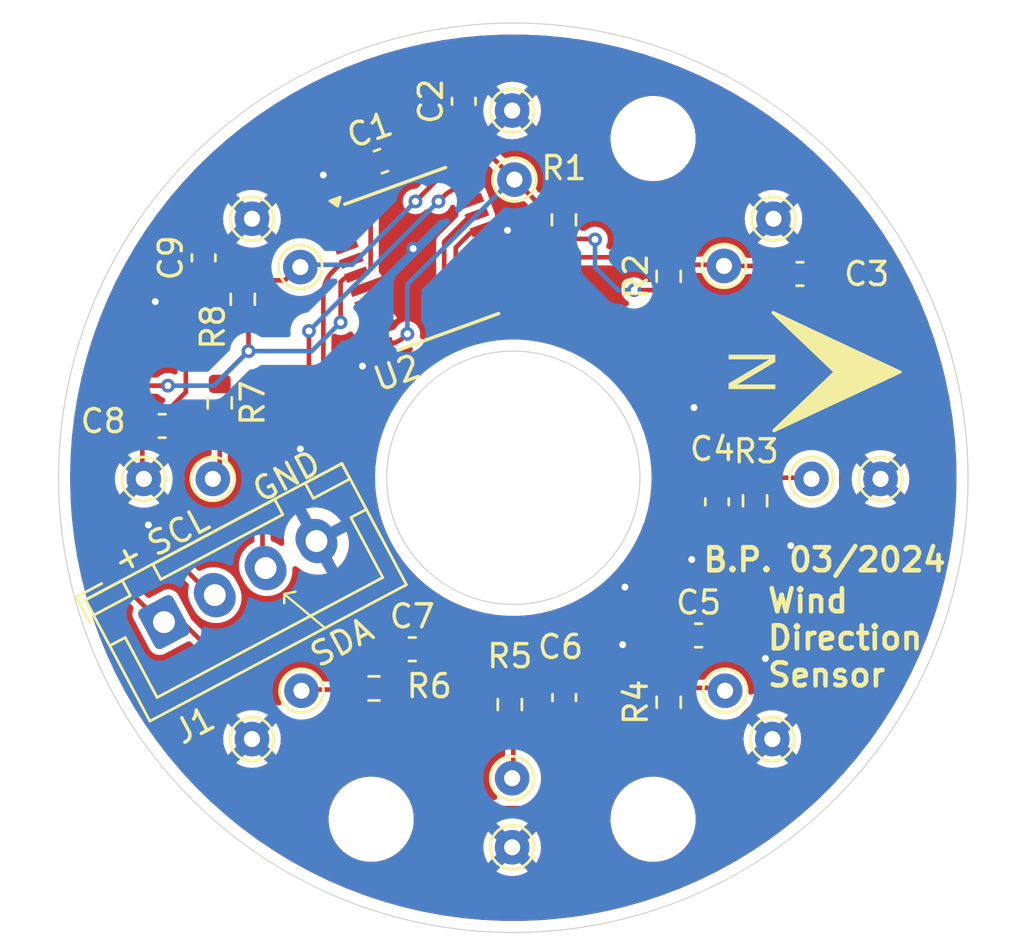
<source format=kicad_pcb>
(kicad_pcb (version 20240108) (generator "pcbnew") (generator_version "8.0")
  (layers (0 "F.Cu" signal) (31 "B.Cu" signal) (34 "B.Paste" user) (35 "F.Paste" user) (36 "B.SilkS" user "B.Silkscreen") (37 "F.SilkS" user "F.Silkscreen") (38 "B.Mask" user) (39 "F.Mask" user) (44 "Edge.Cuts" user))
  (net 0 "")
  (net 1 "GND")
  (net 2 "VDDA")
  (net 3 "/SDA")
  (net 4 "/SCL")
  (net 5 "Net-(J2-Pin_1)")
  (net 6 "Net-(J3-Pin_1)")
  (net 7 "Net-(J4-Pin_1)")
  (net 8 "Net-(J5-Pin_1)")
  (net 9 "Net-(J6-Pin_1)")
  (net 10 "Net-(J7-Pin_1)")
  (net 11 "Net-(J8-Pin_1)")
  (net 12 "Net-(J9-Pin_1)")
  (footprint "Resistor_SMD:R_0603_1608Metric" (layer "F.Cu") (at 235.2 73.4 -90)
    (property "Reference" "R5" (at -2.100001 -0.000001 180) (layer "F.SilkS"))
    (property "Value" "100k")
    (fp_line (start -0.237258 0.5225) (end 0.237258 0.5225) (stroke (width 0.12)) (layer "F.SilkS"))
    (fp_line (start -0.237258 -0.5225) (end 0.237258 -0.5225) (stroke (width 0.12)) (layer "F.SilkS"))
    (pad "1" smd roundrect (at -0.825 0 270) (size 0.8 0.95) (layers "F.Cu" "F.Paste" "F.Mask") (net 2 "VDDA"))
    (pad "2" smd roundrect (at 0.825 0 270) (size 0.8 0.95) (layers "F.Cu" "F.Paste" "F.Mask") (net 9 "Net-(J6-Pin_1)"))
  )
  (footprint "TestPoint:TestPoint_THTPad_D1.5mm_Drill0.7mm" (layer "F.Cu") (at 226.1 54.4)
    (property "Reference" "J9" (hide yes))
    (property "Value" "Conn_01x01_Pin")
    (fp_circle (center 0 0) (end 0 0.95) (stroke (width 0.12)) (fill none) (layer "F.SilkS"))
    (pad "1" thru_hole circle (at 0 0) (size 1.5 1.5) (drill 0.7) (layers "*.Cu" "*.Mask") (net 12 "Net-(J9-Pin_1)"))
  )
  (footprint "TestPoint:TestPoint_THTPad_D1.5mm_Drill0.7mm" (layer "F.Cu") (at 235.3 79.6)
    (property "Reference" "J13" (hide yes))
    (property "Value" "Conn_01x01_Pin")
    (fp_circle (center 0 0) (end 0 0.95) (stroke (width 0.12)) (fill none) (layer "F.SilkS"))
    (pad "1" thru_hole circle (at 0 0) (size 1.5 1.5) (drill 0.7) (layers "*.Cu" "*.Mask") (net 1 "GND"))
  )
  (footprint "Resistor_SMD:R_0603_1608Metric" (layer "F.Cu") (at 242.1 73.3 90)
    (property "Reference" "R4" (at 0 -1.43 -90) (layer "F.SilkS"))
    (property "Value" "100k")
    (fp_line (start -0.237258 -0.5225) (end 0.237258 -0.5225) (stroke (width 0.12)) (layer "F.SilkS"))
    (fp_line (start -0.237258 0.5225) (end 0.237258 0.5225) (stroke (width 0.12)) (layer "F.SilkS"))
    (pad "1" smd roundrect (at -0.825 0 90) (size 0.8 0.95) (layers "F.Cu" "F.Paste" "F.Mask") (net 2 "VDDA"))
    (pad "2" smd roundrect (at 0.825 0 90) (size 0.8 0.95) (layers "F.Cu" "F.Paste" "F.Mask") (net 8 "Net-(J5-Pin_1)"))
  )
  (footprint "Capacitor_SMD:C_0603_1608Metric_Pad1.08x0.95mm_HandSolder" (layer "F.Cu") (at 233.2 47.2 90)
    (property "Reference" "C2" (at 0 -1.43 -90) (layer "F.SilkS"))
    (property "Value" "30p")
    (fp_line (start -0.146267 -0.51) (end 0.146267 -0.51) (stroke (width 0.12)) (layer "F.SilkS"))
    (fp_line (start -0.146267 0.51) (end 0.146267 0.51) (stroke (width 0.12)) (layer "F.SilkS"))
    (pad "1" smd roundrect (at -0.8625 0 90) (size 1.075 0.95) (layers "F.Cu" "F.Paste" "F.Mask") (net 5 "Net-(J2-Pin_1)"))
    (pad "2" smd roundrect (at 0.8625 0 90) (size 1.075 0.95) (layers "F.Cu" "F.Paste" "F.Mask") (net 1 "GND"))
  )
  (footprint "MountingHole:MountingHole_3.2mm_M3" (layer "F.Cu") (at 241.42293 78.38207)
    (property "Reference" "H2" (hide yes))
    (property "Value" "MountingHole")
    (pad "" np_thru_hole circle (at 0 0) (size 3.2 3.2) (drill 3.2) (layers "*.Cu" "*.Mask"))
  )
  (footprint "Resistor_SMD:R_0603_1608Metric" (layer "F.Cu") (at 237.55 52.35 90)
    (property "Reference" "R1" (at 2.25 0 0) (layer "F.SilkS"))
    (property "Value" "100k")
    (fp_line (start -0.237258 -0.5225) (end 0.237258 -0.5225) (stroke (width 0.12)) (layer "F.SilkS"))
    (fp_line (start -0.237258 0.5225) (end 0.237258 0.5225) (stroke (width 0.12)) (layer "F.SilkS"))
    (pad "1" smd roundrect (at -0.825 0 90) (size 0.8 0.95) (layers "F.Cu" "F.Paste" "F.Mask") (net 2 "VDDA"))
    (pad "2" smd roundrect (at 0.825 0 90) (size 0.8 0.95) (layers "F.Cu" "F.Paste" "F.Mask") (net 5 "Net-(J2-Pin_1)"))
  )
  (footprint "TestPoint:TestPoint_THTPad_D1.5mm_Drill0.7mm" (layer "F.Cu") (at 224 52.3)
    (property "Reference" "J10" (hide yes))
    (property "Value" "Conn_01x01_Pin")
    (fp_circle (center 0 0) (end 0 0.95) (stroke (width 0.12)) (fill none) (layer "F.SilkS"))
    (pad "1" thru_hole circle (at 0 0) (size 1.5 1.5) (drill 0.7) (layers "*.Cu" "*.Mask") (net 1 "GND"))
  )
  (footprint "TestPoint:TestPoint_THTPad_D1.5mm_Drill0.7mm" (layer "F.Cu") (at 235.3 47.6)
    (property "Reference" "J17" (hide yes))
    (property "Value" "Conn_01x01_Pin")
    (fp_circle (center 0 0) (end 0 0.95) (stroke (width 0.12)) (fill none) (layer "F.SilkS"))
    (pad "1" thru_hole circle (at 0 0) (size 1.5 1.5) (drill 0.7) (layers "*.Cu" "*.Mask") (net 1 "GND"))
  )
  (footprint "TestPoint:TestPoint_THTPad_D1.5mm_Drill0.7mm" (layer "F.Cu") (at 248.3 63.6)
    (property "Reference" "J4" (hide yes))
    (property "Value" "Conn_01x01_Pin")
    (fp_circle (center 0 0) (end 0 0.95) (stroke (width 0.12)) (fill none) (layer "F.SilkS"))
    (pad "1" thru_hole circle (at 0 0) (size 1.5 1.5) (drill 0.7) (layers "*.Cu" "*.Mask") (net 7 "Net-(J4-Pin_1)"))
  )
  (footprint "Capacitor_SMD:C_0603_1608Metric_Pad1.08x0.95mm_HandSolder" (layer "F.Cu") (at 243.4 70.4)
    (property "Reference" "C5" (at 0 -1.43 0) (layer "F.SilkS"))
    (property "Value" "30p")
    (fp_line (start -0.146267 -0.51) (end 0.146267 -0.51) (stroke (width 0.12)) (layer "F.SilkS"))
    (fp_line (start -0.146267 0.51) (end 0.146267 0.51) (stroke (width 0.12)) (layer "F.SilkS"))
    (pad "1" smd roundrect (at -0.8625 0) (size 1.075 0.95) (layers "F.Cu" "F.Paste" "F.Mask") (net 8 "Net-(J5-Pin_1)"))
    (pad "2" smd roundrect (at 0.8625 0) (size 1.075 0.95) (layers "F.Cu" "F.Paste" "F.Mask") (net 1 "GND"))
  )
  (footprint "TestPoint:TestPoint_THTPad_D1.5mm_Drill0.7mm" (layer "F.Cu") (at 222.300001 63.599999)
    (property "Reference" "J8" (hide yes))
    (property "Value" "Conn_01x01_Pin")
    (fp_circle (center 0 0) (end 0 0.95) (stroke (width 0.12)) (fill none) (layer "F.SilkS"))
    (pad "1" thru_hole circle (at 0 0) (size 1.5 1.5) (drill 0.7) (layers "*.Cu" "*.Mask") (net 11 "Net-(J8-Pin_1)"))
  )
  (footprint "TestPoint:TestPoint_THTPad_D1.5mm_Drill0.7mm" (layer "F.Cu") (at 251.3 63.6)
    (property "Reference" "J15" (hide yes))
    (property "Value" "Conn_01x01_Pin")
    (fp_circle (center 0 0) (end 0 0.95) (stroke (width 0.12)) (fill none) (layer "F.SilkS"))
    (pad "1" thru_hole circle (at 0 0) (size 1.5 1.5) (drill 0.7) (layers "*.Cu" "*.Mask") (net 1 "GND"))
  )
  (footprint "Resistor_SMD:R_0603_1608Metric" (layer "F.Cu") (at 223.6 55.8 90)
    (property "Reference" "R8" (at -1.2 -1.3 -90) (layer "F.SilkS"))
    (property "Value" "100k")
    (fp_line (start -0.237258 -0.5225) (end 0.237258 -0.5225) (stroke (width 0.12)) (layer "F.SilkS"))
    (fp_line (start -0.237258 0.5225) (end 0.237258 0.5225) (stroke (width 0.12)) (layer "F.SilkS"))
    (pad "1" smd roundrect (at -0.825 0 90) (size 0.8 0.95) (layers "F.Cu" "F.Paste" "F.Mask") (net 2 "VDDA"))
    (pad "2" smd roundrect (at 0.825 0 90) (size 0.8 0.95) (layers "F.Cu" "F.Paste" "F.Mask") (net 12 "Net-(J9-Pin_1)"))
  )
  (footprint "TestPoint:TestPoint_THTPad_D1.5mm_Drill0.7mm" (layer "F.Cu") (at 246.65 52.3)
    (property "Reference" "J16" (hide yes))
    (property "Value" "Conn_01x01_Pin")
    (fp_circle (center 0 0) (end 0 0.95) (stroke (width 0.12)) (fill none) (layer "F.SilkS"))
    (pad "1" thru_hole circle (at 0 0) (size 1.5 1.5) (drill 0.7) (layers "*.Cu" "*.Mask") (net 1 "GND"))
  )
  (footprint "TestPoint:TestPoint_THTPad_D1.5mm_Drill0.7mm" (layer "F.Cu") (at 226.15 72.8)
    (property "Reference" "J7" (hide yes))
    (property "Value" "Conn_01x01_Pin")
    (fp_circle (center 0 0) (end 0 0.95) (stroke (width 0.12)) (fill none) (layer "F.SilkS"))
    (pad "1" thru_hole circle (at 0 0) (size 1.5 1.5) (drill 0.7) (layers "*.Cu" "*.Mask") (net 10 "Net-(J7-Pin_1)"))
  )
  (footprint "MountingHole:MountingHole_3.2mm_M3" (layer "F.Cu") (at 241.42293 48.81793)
    (property "Reference" "H1" (hide yes))
    (property "Value" "MountingHole")
    (pad "" np_thru_hole circle (at 0 0) (size 3.2 3.2) (drill 3.2) (layers "*.Cu" "*.Mask"))
  )
  (footprint "TestPoint:TestPoint_THTPad_D1.5mm_Drill0.7mm" (layer "F.Cu") (at 246.6 74.9)
    (property "Reference" "J14" (hide yes))
    (property "Value" "Conn_01x01_Pin")
    (fp_circle (center 0 0) (end 0 0.95) (stroke (width 0.12)) (fill none) (layer "F.SilkS"))
    (pad "1" thru_hole circle (at 0 0) (size 1.5 1.5) (drill 0.7) (layers "*.Cu" "*.Mask") (net 1 "GND"))
  )
  (footprint "TestPoint:TestPoint_THTPad_D1.5mm_Drill0.7mm" (layer "F.Cu") (at 244.55 72.8)
    (property "Reference" "J5" (hide yes))
    (property "Value" "Conn_01x01_Pin")
    (fp_circle (center 0 0) (end 0 0.95) (stroke (width 0.12)) (fill none) (layer "F.SilkS"))
    (pad "1" thru_hole circle (at 0 0) (size 1.5 1.5) (drill 0.7) (layers "*.Cu" "*.Mask") (net 8 "Net-(J5-Pin_1)"))
  )
  (footprint "Capacitor_SMD:C_0603_1608Metric_Pad1.08x0.95mm_HandSolder" (layer "F.Cu") (at 221.9 54 90)
    (property "Reference" "C9" (at 0 -1.43 -90) (layer "F.SilkS"))
    (property "Value" "30p")
    (fp_line (start -0.146267 -0.51) (end 0.146267 -0.51) (stroke (width 0.12)) (layer "F.SilkS"))
    (fp_line (start -0.146267 0.51) (end 0.146267 0.51) (stroke (width 0.12)) (layer "F.SilkS"))
    (pad "1" smd roundrect (at -0.8625 0 90) (size 1.075 0.95) (layers "F.Cu" "F.Paste" "F.Mask") (net 12 "Net-(J9-Pin_1)"))
    (pad "2" smd roundrect (at 0.8625 0 90) (size 1.075 0.95) (layers "F.Cu" "F.Paste" "F.Mask") (net 1 "GND"))
  )
  (footprint "TestPoint:TestPoint_THTPad_D1.5mm_Drill0.7mm" (layer "F.Cu") (at 224 74.9)
    (property "Reference" "J12" (hide yes))
    (property "Value" "Conn_01x01_Pin")
    (fp_circle (center 0 0) (end 0 0.95) (stroke (width 0.12)) (fill none) (layer "F.SilkS"))
    (pad "1" thru_hole circle (at 0 0) (size 1.5 1.5) (drill 0.7) (layers "*.Cu" "*.Mask") (net 1 "GND"))
  )
  (footprint "MountingHole:MountingHole_3.2mm_M3" (layer "F.Cu") (at 229.177067 78.382071)
    (property "Reference" "H3" (hide yes))
    (property "Value" "MountingHole")
    (pad "" np_thru_hole circle (at 0 0) (size 3.2 3.2) (drill 3.2) (layers "*.Cu" "*.Mask"))
  )
  (footprint "TestPoint:TestPoint_THTPad_D1.5mm_Drill0.7mm" (layer "F.Cu") (at 244.5 54.35)
    (property "Reference" "J3" (hide yes))
    (property "Value" "Conn_01x01_Pin")
    (fp_circle (center 0 0) (end 0 0.95) (stroke (width 0.12)) (fill none) (layer "F.SilkS"))
    (pad "1" thru_hole circle (at 0 0) (size 1.5 1.5) (drill 0.7) (layers "*.Cu" "*.Mask") (net 6 "Net-(J3-Pin_1)"))
  )
  (footprint "TestPoint:TestPoint_THTPad_D1.5mm_Drill0.7mm" (layer "F.Cu") (at 235.3 76.6)
    (property "Reference" "J6" (hide yes))
    (property "Value" "Conn_01x01_Pin")
    (fp_circle (center 0 0) (end 0 0.95) (stroke (width 0.12)) (fill none) (layer "F.SilkS"))
    (pad "1" thru_hole circle (at 0 0) (size 1.5 1.5) (drill 0.7) (layers "*.Cu" "*.Mask") (net 9 "Net-(J6-Pin_1)"))
  )
  (footprint "Capacitor_SMD:C_0603_1608Metric_Pad1.08x0.95mm_HandSolder" (layer "F.Cu") (at 244.2 64.6 -90)
    (property "Reference" "C4" (at -2.300001 0.199999 180) (layer "F.SilkS"))
    (property "Value" "30p")
    (fp_line (start -0.146267 0.51) (end 0.146267 0.51) (stroke (width 0.12)) (layer "F.SilkS"))
    (fp_line (start -0.146267 -0.51) (end 0.146267 -0.51) (stroke (width 0.12)) (layer "F.SilkS"))
    (pad "1" smd roundrect (at -0.8625 0 270) (size 1.075 0.95) (layers "F.Cu" "F.Paste" "F.Mask") (net 7 "Net-(J4-Pin_1)"))
    (pad "2" smd roundrect (at 0.8625 0 270) (size 1.075 0.95) (layers "F.Cu" "F.Paste" "F.Mask") (net 1 "GND"))
  )
  (footprint "Capacitor_SMD:C_0603_1608Metric_Pad1.08x0.95mm_HandSolder" (layer "F.Cu") (at 220.1 61.3 180)
    (property "Reference" "C8" (at 2.5625 0.21 180) (layer "F.SilkS"))
    (property "Value" "30p")
    (fp_line (start -0.146267 0.51) (end 0.146267 0.51) (stroke (width 0.12)) (layer "F.SilkS"))
    (fp_line (start -0.146267 -0.51) (end 0.146267 -0.51) (stroke (width 0.12)) (layer "F.SilkS"))
    (pad "1" smd roundrect (at -0.8625 0 180) (size 1.075 0.95) (layers "F.Cu" "F.Paste" "F.Mask") (net 11 "Net-(J8-Pin_1)"))
    (pad "2" smd roundrect (at 0.8625 0 180) (size 1.075 0.95) (layers "F.Cu" "F.Paste" "F.Mask") (net 1 "GND"))
  )
  (footprint "Capacitor_SMD:C_0603_1608Metric_Pad1.08x0.95mm_HandSolder" (layer "F.Cu") (at 247.8 54.7)
    (property "Reference" "C3" (at 2.9 0 0) (layer "F.SilkS"))
    (property "Value" "30p")
    (fp_line (start -0.146267 -0.51) (end 0.146267 -0.51) (stroke (width 0.12)) (layer "F.SilkS"))
    (fp_line (start -0.146267 0.51) (end 0.146267 0.51) (stroke (width 0.12)) (layer "F.SilkS"))
    (pad "1" smd roundrect (at -0.8625 0) (size 1.075 0.95) (layers "F.Cu" "F.Paste" "F.Mask") (net 6 "Net-(J3-Pin_1)"))
    (pad "2" smd roundrect (at 0.8625 0) (size 1.075 0.95) (layers "F.Cu" "F.Paste" "F.Mask") (net 1 "GND"))
  )
  (footprint "Resistor_SMD:R_0603_1608Metric" (layer "F.Cu") (at 229.3 72.7 180)
    (property "Reference" "R6" (at -2.4 0.1 180) (layer "F.SilkS"))
    (property "Value" "100k")
    (fp_line (start -0.237258 0.5225) (end 0.237258 0.5225) (stroke (width 0.12)) (layer "F.SilkS"))
    (fp_line (start -0.237258 -0.5225) (end 0.237258 -0.5225) (stroke (width 0.12)) (layer "F.SilkS"))
    (pad "1" smd roundrect (at -0.825 0 180) (size 0.8 0.95) (layers "F.Cu" "F.Paste" "F.Mask") (net 2 "VDDA"))
    (pad "2" smd roundrect (at 0.825 0 180) (size 0.8 0.95) (layers "F.Cu" "F.Paste" "F.Mask") (net 10 "Net-(J7-Pin_1)"))
  )
  (footprint "Resistor_SMD:R_0603_1608Metric" (layer "F.Cu") (at 245.85 64.55 90)
    (property "Reference" "R3" (at 2.15 0.05 0) (layer "F.SilkS"))
    (property "Value" "100k")
    (fp_line (start -0.237258 -0.5225) (end 0.237258 -0.5225) (stroke (width 0.12)) (layer "F.SilkS"))
    (fp_line (start -0.237258 0.5225) (end 0.237258 0.5225) (stroke (width 0.12)) (layer "F.SilkS"))
    (pad "1" smd roundrect (at -0.825 0 90) (size 0.8 0.95) (layers "F.Cu" "F.Paste" "F.Mask") (net 2 "VDDA"))
    (pad "2" smd roundrect (at 0.825 0 90) (size 0.8 0.95) (layers "F.Cu" "F.Paste" "F.Mask") (net 7 "Net-(J4-Pin_1)"))
  )
  (footprint "Resistor_SMD:R_0603_1608Metric" (layer "F.Cu") (at 242.1 54.8 90)
    (property "Reference" "R2" (at 0 -1.43 -90) (layer "F.SilkS"))
    (property "Value" "100k")
    (fp_line (start -0.237258 -0.5225) (end 0.237258 -0.5225) (stroke (width 0.12)) (layer "F.SilkS"))
    (fp_line (start -0.237258 0.5225) (end 0.237258 0.5225) (stroke (width 0.12)) (layer "F.SilkS"))
    (pad "1" smd roundrect (at -0.825 0 90) (size 0.8 0.95) (layers "F.Cu" "F.Paste" "F.Mask") (net 2 "VDDA"))
    (pad "2" smd roundrect (at 0.825 0 90) (size 0.8 0.95) (layers "F.Cu" "F.Paste" "F.Mask") (net 6 "Net-(J3-Pin_1)"))
  )
  (footprint "Capacitor_SMD:C_0603_1608Metric_Pad1.08x0.95mm_HandSolder" (layer "F.Cu") (at 237.5625 73.1 90)
    (property "Reference" "C6" (at 2.2 -0.1625 0) (layer "F.SilkS"))
    (property "Value" "30p")
    (fp_line (start -0.146267 -0.51) (end 0.146267 -0.51) (stroke (width 0.12)) (layer "F.SilkS"))
    (fp_line (start -0.146267 0.51) (end 0.146267 0.51) (stroke (width 0.12)) (layer "F.SilkS"))
    (pad "1" smd roundrect (at -0.8625 0 90) (size 1.075 0.95) (layers "F.Cu" "F.Paste" "F.Mask") (net 9 "Net-(J6-Pin_1)"))
    (pad "2" smd roundrect (at 0.8625 0 90) (size 1.075 0.95) (layers "F.Cu" "F.Paste" "F.Mask") (net 1 "GND"))
  )
  (footprint "Package_SO:SSOP-20_4.4x6.5mm_P0.65mm" (layer "F.Cu") (at 231.374483 54.043257 20)
    (property "Reference" "U2" (at -2.70499 4.29032 20) (layer "F.SilkS"))
    (property "Value" "PCF8574TS")
    (fp_line (start -2.325001 -3.375) (end 2.325 -3.375) (stroke (width 0.15)) (layer "F.SilkS"))
    (fp_line (start -2.325 3.375) (end 2.325001 3.375) (stroke (width 0.15)) (layer "F.SilkS"))
    (fp_poly (pts (xy -2.65 -3.4) (xy -2.889999 -3.729999) (xy -2.409999 -3.730001) (xy -2.65 -3.4)) (stroke (width 0.12)) (fill solid) (layer "F.SilkS"))
    (pad "1" smd rect (at -2.899999 -2.925 20) (size 1 0.4) (layers "F.Cu" "F.Paste" "F.Mask"))
    (pad "2" smd rect (at -2.9 -2.275 20) (size 1 0.4) (layers "F.Cu" "F.Paste" "F.Mask") (net 4 "/SCL"))
    (pad "3" smd rect (at -2.9 -1.625 20) (size 1 0.4) (layers "F.Cu" "F.Paste" "F.Mask"))
    (pad "4" smd rect (at -2.9 -0.974999 20) (size 1 0.4) (layers "F.Cu" "F.Paste" "F.Mask") (net 3 "/SDA"))
    (pad "5" smd rect (at -2.9 -0.325 20) (size 1 0.4) (layers "F.Cu" "F.Paste" "F.Mask") (net 2 "VDDA"))
    (pad "6" smd rect (at -2.9 0.325 20) (size 1 0.4) (layers "F.Cu" "F.Paste" "F.Mask") (net 1 "GND"))
    (pad "7" smd rect (at -2.900001 0.974999 20) (size 1 0.4) (layers "F.Cu" "F.Paste" "F.Mask") (net 1 "GND"))
    (pad "8" smd rect (at -2.899999 1.625 20) (size 1 0.4) (layers "F.Cu" "F.Paste" "F.Mask"))
    (pad "9" smd rect (at -2.899999 2.275 20) (size 1 0.4) (layers "F.Cu" "F.Paste" "F.Mask") (net 1 "GND"))
    (pad "10" smd rect (at -2.9 2.925 20) (size 1 0.4) (layers "F.Cu" "F.Paste" "F.Mask") (net 5 "Net-(J2-Pin_1)"))
    (pad "11" smd rect (at 2.899999 2.925 20) (size 1 0.4) (layers "F.Cu" "F.Paste" "F.Mask") (net 6 "Net-(J3-Pin_1)"))
    (pad "12" smd rect (at 2.9 2.275 20) (size 1 0.4) (layers "F.Cu" "F.Paste" "F.Mask") (net 7 "Net-(J4-Pin_1)"))
    (pad "13" smd rect (at 2.9 1.625 20) (size 1 0.4) (layers "F.Cu" "F.Paste" "F.Mask"))
    (pad "14" smd rect (at 2.9 0.974999 20) (size 1 0.4) (layers "F.Cu" "F.Paste" "F.Mask") (net 8 "Net-(J5-Pin_1)"))
    (pad "15" smd rect (at 2.9 0.325 20) (size 1 0.4) (layers "F.Cu" "F.Paste" "F.Mask") (net 1 "GND"))
    (pad "16" smd rect (at 2.9 -0.325 20) (size 1 0.4) (layers "F.Cu" "F.Paste" "F.Mask") (net 9 "Net-(J6-Pin_1)"))
    (pad "17" smd rect (at 2.900001 -0.974999 20) (size 1 0.4) (layers "F.Cu" "F.Paste" "F.Mask") (net 10 "Net-(J7-Pin_1)"))
    (pad "18" smd rect (at 2.899999 -1.625 20) (size 1 0.4) (layers "F.Cu" "F.Paste" "F.Mask"))
    (pad "19" smd rect (at 2.899999 -2.275 20) (size 1 0.4) (layers "F.Cu" "F.Paste" "F.Mask") (net 11 "Net-(J8-Pin_1)"))
    (pad "20" smd rect (at 2.9 -2.925 20) (size 1 0.4) (layers "F.Cu" "F.Paste" "F.Mask") (net 12 "Net-(J9-Pin_1)"))
  )
  (footprint "Resistor_SMD:R_0603_1608Metric" (layer "F.Cu") (at 222.6 60.3 -90)
    (property "Reference" "R7" (at 0 -1.43 90) (layer "F.SilkS"))
    (property "Value" "100k")
    (fp_line (start -0.237258 0.5225) (end 0.237258 0.5225) (stroke (width 0.12)) (layer "F.SilkS"))
    (fp_line (start -0.237258 -0.5225) (end 0.237258 -0.5225) (stroke (width 0.12)) (layer "F.SilkS"))
    (pad "1" smd roundrect (at -0.825 0 270) (size 0.8 0.95) (layers "F.Cu" "F.Paste" "F.Mask") (net 2 "VDDA"))
    (pad "2" smd roundrect (at 0.825 0 270) (size 0.8 0.95) (layers "F.Cu" "F.Paste" "F.Mask") (net 11 "Net-(J8-Pin_1)"))
  )
  (footprint "Capacitor_SMD:C_0603_1608Metric" (layer "F.Cu") (at 229.6 49.8 20)
    (property "Reference" "C1" (at 0 -1.43 20) (layer "F.SilkS"))
    (property "Value" "100n")
    (fp_line (start -0.14058 -0.51) (end 0.14058 -0.51) (stroke (width 0.12)) (layer "F.SilkS"))
    (fp_line (start -0.14058 0.51) (end 0.14058 0.51) (stroke (width 0.12)) (layer "F.SilkS"))
    (pad "1" smd roundrect (at -0.775 0 20) (size 0.9 0.95) (layers "F.Cu" "F.Paste" "F.Mask") (net 2 "VDDA"))
    (pad "2" smd roundrect (at 0.775 0 20) (size 0.9 0.95) (layers "F.Cu" "F.Paste" "F.Mask") (net 1 "GND"))
  )
  (footprint "Capacitor_SMD:C_0603_1608Metric_Pad1.08x0.95mm_HandSolder" (layer "F.Cu") (at 230.9625 71)
    (property "Reference" "C7" (at 0 -1.43 0) (layer "F.SilkS"))
    (property "Value" "30p")
    (fp_line (start -0.146267 -0.51) (end 0.146267 -0.51) (stroke (width 0.12)) (layer "F.SilkS"))
    (fp_line (start -0.146267 0.51) (end 0.146267 0.51) (stroke (width 0.12)) (layer "F.SilkS"))
    (pad "1" smd roundrect (at -0.8625 0) (size 1.075 0.95) (layers "F.Cu" "F.Paste" "F.Mask") (net 10 "Net-(J7-Pin_1)"))
    (pad "2" smd roundrect (at 0.8625 0) (size 1.075 0.95) (layers "F.Cu" "F.Paste" "F.Mask") (net 1 "GND"))
  )
  (footprint "Connector_JST:JST_XH_B4B-XH-A_1x04_P2.50mm_Vertical" (layer "F.Cu") (at 220.177893 69.821037 28)
    (property "Reference" "J1" (at -0.935395 4.575381 28) (layer "F.SilkS"))
    (property "Value" "Conn_01x04_Pin")
    (property "Field5" "+" (at -0.0688 -3.231604 28) (layer "F.SilkS"))
    (property "Field6" "SCL" (at 2.390103 -3.170009 28) (layer "F.SilkS"))
    (property "Field7" "SDA" (at 6.405568 4.401388 28) (layer "F.SilkS"))
    (property "Field8" "GND" (at 7.666689 -3.082567 28) (layer "F.SilkS"))
    (fp_line (start -2.85 -2.75) (end -2.85 -1.5) (stroke (width 0.12)) (layer "F.SilkS"))
    (fp_line (start -2.560001 -2.46) (end -2.56 3.51) (stroke (width 0.12)) (layer "F.SilkS"))
    (fp_line (start -2.550001 -2.450001) (end -2.549999 -1.699999) (stroke (width 0.12)) (layer "F.SilkS"))
    (fp_line (start -2.549999 -1.699999) (end -0.75 -1.699999) (stroke (width 0.12)) (layer "F.SilkS"))
    (fp_line (start -1.6 -2.75) (end -2.85 -2.75) (stroke (width 0.12)) (layer "F.SilkS"))
    (fp_line (start -2.55 -0.2) (end -1.8 -0.2) (stroke (width 0.12)) (layer "F.SilkS"))
    (fp_line (start -0.75 -2.45) (end -2.550001 -2.450001) (stroke (width 0.12)) (layer "F.SilkS"))
    (fp_line (start -1.8 -0.2) (end -1.799999 2.750001) (stroke (width 0.12)) (layer "F.SilkS"))
    (fp_line (start -0.75 -1.699999) (end -0.75 -2.45) (stroke (width 0.12)) (layer "F.SilkS"))
    (fp_line (start -2.56 3.51) (end 10.060001 3.509999) (stroke (width 0.12)) (layer "F.SilkS"))
    (fp_line (start 0.75 -2.45) (end 0.75 -1.7) (stroke (width 0.12)) (layer "F.SilkS"))
    (fp_line (start -1.799999 2.750001) (end 3.750001 2.75) (stroke (width 0.12)) (layer "F.SilkS"))
    (fp_line (start 0.75 -1.7) (end 6.75 -1.700001) (stroke (width 0.12)) (layer "F.SilkS"))
    (fp_line (start 6.749999 -2.45) (end 0.75 -2.45) (stroke (width 0.12)) (layer "F.SilkS"))
    (fp_line (start 6.75 -1.700001) (end 6.749999 -2.45) (stroke (width 0.12)) (layer "F.SilkS"))
    (fp_line (start 8.25 -2.45) (end 8.25 -1.700001) (stroke (width 0.12)) (layer "F.SilkS"))
    (fp_line (start 8.25 -1.700001) (end 10.05 -1.700001) (stroke (width 0.12)) (layer "F.SilkS"))
    (fp_line (start 10.05 -2.45) (end 8.25 -2.45) (stroke (width 0.12)) (layer "F.SilkS"))
    (fp_line (start 10.059999 -2.459998) (end -2.560001 -2.46) (stroke (width 0.12)) (layer "F.SilkS"))
    (fp_line (start 10.05 -1.700001) (end 10.05 -2.45) (stroke (width 0.12)) (layer "F.SilkS"))
    (fp_line (start 9.3 -0.200001) (end 9.3 2.75) (stroke (width 0.12)) (layer "F.SilkS"))
    (fp_line (start 10.05 -0.199999) (end 9.3 -0.200001) (stroke (width 0.12)) (layer "F.SilkS"))
    (fp_line (start 9.3 2.75) (end 3.750001 2.75) (stroke (width 0.12)) (layer "F.SilkS"))
    (fp_line (start 10.060001 3.509999) (end 10.059999 -2.459998) (stroke (width 0.12)) (layer "F.SilkS"))
    (pad "1" thru_hole roundrect (at 0 0 28) (size 1.7 1.95) (drill 0.95) (layers "*.Cu" "*.Mask") (roundrect_rratio 0.1470588235) (net 2 "VDDA"))
    (pad "2" thru_hole oval (at 2.5 0 28) (size 1.7 1.95) (drill 0.95) (layers "*.Cu" "*.Mask") (net 4 "/SCL"))
    (pad "3" thru_hole oval (at 5 0 28) (size 1.7 1.95) (drill 0.95) (layers "*.Cu" "*.Mask") (net 3 "/SDA"))
    (pad "4" thru_hole oval (at 7.5 0 28) (size 1.7 1.95) (drill 0.95) (layers "*.Cu" "*.Mask") (net 1 "GND"))
  )
  (footprint "TestPoint:TestPoint_THTPad_D1.5mm_Drill0.7mm" (layer "F.Cu") (at 235.4 50.599999)
    (property "Reference" "J2" (hide yes))
    (property "Value" "Conn_01x01_Pin")
    (fp_circle (center 0 0) (end 0 0.95) (stroke (width 0.12)) (fill none) (layer "F.SilkS"))
    (pad "1" thru_hole circle (at 0 0) (size 1.5 1.5) (drill 0.7) (layers "*.Cu" "*.Mask") (net 5 "Net-(J2-Pin_1)"))
  )
  (footprint "TestPoint:TestPoint_THTPad_D1.5mm_Drill0.7mm" (layer "F.Cu") (at 219.299999 63.599999)
    (property "Reference" "J11" (hide yes))
    (property "Value" "Conn_01x01_Pin")
    (fp_circle (center 0 0) (end 0 0.95) (stroke (width 0.12)) (fill none) (layer "F.SilkS"))
    (pad "1" thru_hole circle (at 0 0) (size 1.5 1.5) (drill 0.7) (layers "*.Cu" "*.Mask") (net 1 "GND"))
  )
  (gr_poly (pts (xy 246.688672 61.491176) (xy 249.339718 58.958479) (xy 252.135543 58.958479)) (stroke (width -0.000001)) (fill solid) (layer "F.SilkS"))
  (gr_line (start 225.4 68.6) (end 225.4 69) (stroke (width 0.1)) (layer "F.SilkS"))
  (gr_poly (pts (xy 244.7 59.7) (xy 244.7 59.452945) (xy 246.471055 58.402219) (xy 246.33711 58.405195) (xy 246.300645 58.407148) (xy 246.267159 58.408544) (xy 246.23665 58.409381) (xy 246.209117 58.40966) (xy 244.7 58.40966) (xy 244.7 58.204277) (xy 246.731492 58.204277) (xy 246.731492 58.52277) (xy 245.075047 59.505035) (xy 245.216433 59.502059) (xy 245.256896 59.500755) (xy 245.29494 59.499825) (xy 245.330566 59.499267) (xy 245.363773 59.499082) (xy 246.731516 59.499082) (xy 246.731516 59.7)) (stroke (width -0.000001)) (fill solid) (layer "F.SilkS"))
  (gr_poly (pts (xy 246.670961 61.504273) (xy 249.339627 58.958479) (xy 246.635956 56.37768) (xy 252.131167 58.958479)) (stroke (width 0.142874)) (fill solid) (layer "F.SilkS"))
  (gr_line (start 225.9 68.5) (end 225.4 68.6) (stroke (width 0.1)) (layer "F.SilkS"))
  (gr_line (start 225.4 69) (end 225.4 68.6) (stroke (width 0.1)) (layer "F.SilkS"))
  (gr_line (start 227.2 70.1) (end 225.4 68.6) (stroke (width 0.1)) (layer "F.SilkS"))
  (gr_circle (center 235.35 63.55) (end 240.85 63.55) (stroke (width 0.05)) (fill none) (layer "Edge.Cuts"))
  (gr_circle (center 235.35 63.55) (end 255.1 63.55) (stroke (width 0.05)) (fill none) (layer "Edge.Cuts"))
  (gr_text "Wind\nDirection\nSensor" (at 246.3 72.7 0) (layer "F.SilkS") (effects (font (size 1 1) (thickness 0.2) (bold yes)) (justify left bottom)))
  (gr_text "B.P. 03/2024" (at 243.5 67.7 0) (layer "F.SilkS") (effects (font (size 1 1) (thickness 0.2) (bold yes)) (justify left bottom)))
  (segment (start 228.982843 55.951315) (end 229.084158 55.85) (width 0.2) (layer "F.Cu") (net 1))
  (segment (start 219.2375 63.4375) (end 219.35 63.55) (width 0.2) (layer "F.Cu") (net 1))
  (segment (start 219.2375 61.3) (end 219.2375 63.4375) (width 0.2) (layer "F.Cu") (net 1))
  (segment (start 234.778281 53.121719) (end 235.1 52.8) (width 0.2) (layer "F.Cu") (net 1))
  (segment (start 229.427471 57.172916) (end 229.227084 57.172916) (width 0.2) (layer "F.Cu") (net 1))
  (via (at 226.1 62.3) (size 0.6) (drill 0.3) (layers "F.Cu" "B.Cu") (net 1))
  (via (at 227.1 50.4) (size 0.6) (drill 0.3) (layers "F.Cu" "B.Cu") (net 1))
  (via (at 246.3 71.4) (size 0.6) (drill 0.3) (layers "F.Cu" "B.Cu") (net 1))
  (via (at 240.1 70.8) (size 0.6) (drill 0.3) (layers "F.Cu" "B.Cu") (net 1))
  (via (at 219.8 55.9) (size 0.6) (drill 0.3) (layers "F.Cu" "B.Cu") (net 1))
  (via (at 247.4 66.5) (size 0.6) (drill 0.3) (layers "F.Cu" "B.Cu") (net 1))
  (via (at 235.1 52.8) (size 0.6) (drill 0.3) (layers "F.Cu" "B.Cu") (net 1))
  (via (at 219.5 65.6) (size 0.6) (drill 0.3) (layers "F.Cu" "B.Cu") (net 1))
  (via (at 228.8 58.7) (size 0.6) (drill 0.3) (layers "F.Cu" "B.Cu") (net 1))
  (via (at 240.2 68.3) (size 0.6) (drill 0.3) (layers "F.Cu" "B.Cu") (net 1))
  (via (at 243.2 60.5) (size 0.6) (drill 0.3) (layers "F.Cu" "B.Cu") (net 1))
  (via (at 243.1 67.1) (size 0.6) (drill 0.3) (layers "F.Cu" "B.Cu") (net 1))
  (via (at 231 53.6) (size 0.6) (drill 0.3) (layers "F.Cu" "B.Cu") (net 1))
  (arc (start 234.210748 53.356799) (mid 234.517895 53.295704) (end 234.778281 53.121719) (width 0.2) (layer "F.Cu") (net 1))
  (segment (start 248.525 65.375) (end 245.85 65.375) (width 0.2) (layer "F.Cu") (net 2))
  (segment (start 227.85 56.8) (end 227.85 55.05) (width 0.2) (layer "F.Cu") (net 2))
  (segment (start 249.6 62.4) (end 249.6 64.3) (width 0.2) (layer "F.Cu") (net 2))
  (segment (start 220.042474 69.84697) (end 220.6 69.289444) (width 0.2) (layer "F.Cu") (net 2))
  (segment (start 240.6 55.4) (end 241.875 55.4) (width 0.2) (layer "F.Cu") (net 2))
  (segment (start 219.25 59.55) (end 220.35 59.55) (width 0.2) (layer "F.Cu") (net 2))
  (segment (start 248.525 65.375) (end 248.525 70.675) (width 0.2) (layer "F.Cu") (net 2))
  (segment (start 242.1 55.625) (end 242.825 55.625) (width 0.2) (layer "F.Cu") (net 2))
  (segment (start 236.4 77.9) (end 234.1 77.9) (width 0.2) (layer "F.Cu") (net 2))
  (segment (start 244.7 74.5) (end 239.8 74.5) (width 0.2) (layer "F.Cu") (net 2))
  (segment (start 249.6 64.3) (end 248.525 65.375) (width 0.2) (layer "F.Cu") (net 2))
  (segment (start 232.8 76.6) (end 232.8 72.7) (width 0.2) (layer "F.Cu") (net 2))
  (segment (start 232.8 72.7) (end 235.075 72.7) (width 0.2) (layer "F.Cu") (net 2))
  (segment (start 235.075 72.7) (end 235.2 72.575) (width 0.2) (layer "F.Cu") (net 2))
  (segment (start 223.85 58.05) (end 223.85 56.875) (width 0.2) (layer "F.Cu") (net 2))
  (segment (start 222.6 59.3) (end 223.85 58.05) (width 0.2) (layer "F.Cu") (net 2))
  (segment (start 242.825 55.625) (end 249.6 62.4) (width 0.2) (layer "F.Cu") (net 2))
  (segment (start 228.538218 54.729715) (end 228.505864 54.731067) (width 0.2) (layer "F.Cu") (net 2))
  (segment (start 234.1 77.9) (end 232.8 76.6) (width 0.2) (layer "F.Cu") (net 2))
  (segment (start 237.55 53.175) (end 238.875 53.175) (width 0.2) (layer "F.Cu") (net 2))
  (segment (start 222.6 59.475) (end 222.6 59.3) (width 0.2) (layer "F.Cu") (net 2))
  (segment (start 223.85 56.875) (end 223.6 56.625) (width 0.2) (layer "F.Cu") (net 2))
  (segment (start 217.6 67.604496) (end 217.6 61.2) (width 0.2) (layer "F.Cu") (net 2))
  (segment (start 225.783189 74.625) (end 228.2 74.625) (width 0.2) (layer "F.Cu") (net 2))
  (segment (start 227.930687 54.969313) (end 227.85 55.05) (width 0.2) (layer "F.Cu") (net 2))
  (segment (start 218.295504 68.3) (end 217.6 67.604496) (width 0.2) (layer "F.Cu") (net 2))
  (segment (start 229.154155 54.495845) (end 229.154155 50.347483) (width 0.2) (layer "F.Cu") (net 2))
  (segment (start 220.042474 69.84697) (end 221.005159 69.84697) (width 0.2) (layer "F.Cu") (net 2))
  (segment (start 230.125 72.7) (end 232.8 72.7) (width 0.2) (layer "F.Cu") (net 2))
  (segment (start 217.6 61.2) (end 219.25 59.55) (width 0.2) (layer "F.Cu") (net 2))
  (segment (start 235.2 72.575) (end 234.975 72.8) (width 0.2) (layer "F.Cu") (net 2))
  (segment (start 221.005159 69.84697) (end 225.783189 74.625) (width 0.2) (layer "F.Cu") (net 2))
  (segment (start 248.525 70.675) (end 244.7 74.5) (width 0.2) (layer "F.Cu") (net 2))
  (segment (start 228.538218 54.729715) (end 228.589543 54.729715) (width 0.2) (layer "F.Cu") (net 2))
  (segment (start 228.2 74.625) (end 230.125 72.7) (width 0.2) (layer "F.Cu") (net 2))
  (segment (start 238.875 53.175) (end 238.9 53.2) (width 0.2) (layer "F.Cu") (net 2))
  (segment (start 218.395504 68.2) (end 218.295504 68.3) (width 0.2) (layer "F.Cu") (net 2))
  (segment (start 229.154155 50.347483) (end 228.871738 50.065066) (width 0.2) (layer "F.Cu") (net 2))
  (segment (start 239.8 74.5) (end 236.4 77.9) (width 0.2) (layer "F.Cu") (net 2))
  (segment (start 220.042474 69.84697) (end 218.395504 68.2) (width 0.2) (layer "F.Cu") (net 2))
  (segment (start 241.875 55.4) (end 242.1 55.625) (width 0.2) (layer "F.Cu") (net 2))
  (via (at 240.6 55.4) (size 0.6) (drill 0.3) (layers "F.Cu" "B.Cu") (net 2))
  (via (at 223.85 58.05) (size 0.6) (drill 0.3) (layers "F.Cu" "B.Cu") (net 2))
  (via (at 227.85 56.8) (size 0.6) (drill 0.3) (layers "F.Cu" "B.Cu") (net 2))
  (via (at 238.9 53.2) (size 0.6) (drill 0.3) (layers "F.Cu" "B.Cu") (net 2))
  (via (at 220.35 59.55) (size 0.6) (drill 0.3) (layers "F.Cu" "B.Cu") (net 2))
  (arc (start 228.505864 54.731067) (mid 228.19458 54.792985) (end 227.930687 54.969313) (width 0.2) (layer "F.Cu") (net 2))
  (arc (start 228.589543 54.729715) (mid 228.895109 54.668934) (end 229.154155 54.495845) (width 0.2) (layer "F.Cu") (net 2))
  (segment (start 239.9 55.4) (end 240.6 55.4) (width 0.2) (layer "B.Cu") (net 2))
  (segment (start 226.6 58.05) (end 223.85 58.05) (width 0.2) (layer "B.Cu") (net 2))
  (segment (start 238.9 53.2) (end 238.9 54.4) (width 0.2) (layer "B.Cu") (net 2))
  (segment (start 238.9 54.4) (end 239.9 55.4) (width 0.2) (layer "B.Cu") (net 2))
  (segment (start 220.35 59.55) (end 222.35 59.55) (width 0.2) (layer "B.Cu") (net 2))
  (segment (start 222.35 59.55) (end 223.85 58.05) (width 0.2) (layer "B.Cu") (net 2))
  (segment (start 227.85 56.8) (end 226.6 58.05) (width 0.2) (layer "B.Cu") (net 2))
  (segment (start 224.457212 67.499612) (end 224.457212 61.942788) (width 0.2) (layer "F.Cu") (net 3))
  (segment (start 228.217724 54.070766) (end 228.315905 54.070766) (width 0.2) (layer "F.Cu") (net 3))
  (segment (start 227.793132 54.306869) (end 227.5 54.6) (width 0.2) (layer "F.Cu") (net 3))
  (segment (start 224.457212 61.942788) (end 227.1 59.3) (width 0.2) (layer "F.Cu") (net 3))
  (segment (start 227.1 59.3) (end 227.1 55.565668) (width 0.2) (layer "F.Cu") (net 3))
  (segment (start 228.315905 54.118916) (end 228.241561 54.121123) (width 0.2) (layer "F.Cu") (net 3))
  (arc (start 228.241561 54.121123) (mid 227.998873 54.169397) (end 227.793132 54.306869) (width 0.2) (layer "F.Cu") (net 3))
  (arc (start 227.5 54.6) (mid 227.203954 55.043058) (end 227.1 55.565668) (width 0.2) (layer "F.Cu") (net 3))
  (segment (start 220.7 67.123448) (end 222.249843 68.673291) (width 0.2) (layer "F.Cu") (net 4))
  (segment (start 220.1 60.858278) (end 220.1 61.741722) (width 0.2) (layer "F.Cu") (net 4))
  (segment (start 228.6 52.05) (end 228.177565 51.627565) (width 0.2) (layer "F.Cu") (net 4))
  (segment (start 228.6 52.6) (end 228.6 52.05) (width 0.2) (layer "F.Cu") (net 4))
  (segment (start 228.177565 51.627565) (end 226.672435 51.627565) (width 0.2) (layer "F.Cu") (net 4))
  (segment (start 221.325 53.975) (end 221.125 54.175) (width 0.2) (layer "F.Cu") (net 4))
  (segment (start 227.871279 52.897315) (end 227.944516 52.894928) (width 0.2) (layer "F.Cu") (net 4))
  (segment (start 228.560023 52.639976) (end 228.6 52.6) (width 0.2) (layer "F.Cu") (net 4))
  (segment (start 221.125 54.175) (end 221.125 59.833278) (width 0.2) (layer "F.Cu") (net 4))
  (segment (start 224.325 53.975) (end 221.325 53.975) (width 0.2) (layer "F.Cu") (net 4))
  (segment (start 220.7 62.341722) (end 220.7 67.123448) (width 0.2) (layer "F.Cu") (net 4))
  (segment (start 221.125 59.833278) (end 220.1 60.858278) (width 0.2) (layer "F.Cu") (net 4))
  (segment (start 220.1 61.741722) (end 220.7 62.341722) (width 0.2) (layer "F.Cu") (net 4))
  (segment (start 226.672435 51.627565) (end 224.325 53.975) (width 0.2) (layer "F.Cu") (net 4))
  (arc (start 227.944516 52.894928) (mid 228.277626 52.828668) (end 228.560023 52.639976) (width 0.2) (layer "F.Cu") (net 4))
  (segment (start 235.35 50.55) (end 236.325 51.525) (width 0.2) (layer "F.Cu") (net 5))
  (segment (start 235.35 50.55) (end 233.2 48.4) (width 0.2) (layer "F.Cu") (net 5))
  (segment (start 236.325 51.525) (end 237.55 51.525) (width 0.2) (layer "F.Cu") (net 5))
  (segment (start 229.649783 57.783716) (end 229.7 57.783716) (width 0.2) (layer "F.Cu") (net 5))
  (segment (start 229.649783 57.783716) (end 229.866284 57.783716) (width 0.2) (layer "F.Cu") (net 5))
  (segment (start 230.666708 57.383293) (end 230.75 57.3) (width 0.2) (layer "F.Cu") (net 5))
  (segment (start 233.2 48.4) (end 233.2 48.0625) (width 0.2) (layer "F.Cu") (net 5))
  (via (at 230.75 57.3) (size 0.6) (drill 0.3) (layers "F.Cu" "B.Cu") (net 5))
  (arc (start 229.7 57.783716) (mid 230.223178 57.679649) (end 230.666708 57.383293) (width 0.2) (layer "F.Cu") (net 5))
  (segment (start 230.75 55.15) (end 235.35 50.55) (width 0.2) (layer "B.Cu") (net 5))
  (segment (start 230.75 57.3) (end 230.75 55.15) (width 0.2) (layer "B.Cu") (net 5))
  (segment (start 246.5875 54.35) (end 246.9375 54.7) (width 0.2) (layer "F.Cu") (net 6))
  (segment (start 244.6 54.3) (end 242.425 54.3) (width 0.2) (layer "F.Cu") (net 6))
  (segment (start 235.526776 55.623223) (end 235.6 55.55) (width 0.2) (layer "F.Cu") (net 6))
  (segment (start 237.175 53.975) (end 242.1 53.975) (width 0.2) (layer "F.Cu") (net 6))
  (segment (start 235.6 55.55) (end 237.175 53.975) (width 0.2) (layer "F.Cu") (net 6))
  (segment (start 244.55 54.35) (end 246.5875 54.35) (width 0.2) (layer "F.Cu") (net 6))
  (segment (start 242.425 54.3) (end 242.1 53.975) (width 0.2) (layer "F.Cu") (net 6))
  (arc (start 235.1 55.8) (mid 235.33097 55.754057) (end 235.526776 55.623223) (width 0.2) (layer "F.Cu") (net 6))
  (segment (start 234.26175 55.658807) (end 234.627888 55.292669) (width 0.2) (layer "F.Cu") (net 7))
  (segment (start 240.458949 56.458949) (end 234.508949 56.458949) (width 0.2) (layer "F.Cu") (net 7))
  (segment (start 246.025 63.55) (end 245.85 63.725) (width 0.2) (layer "F.Cu") (net 7))
  (segment (start 244.2125 63.725) (end 244.2 63.7375) (width 0.2) (layer "F.Cu") (net 7))
  (segment (start 245.85 63.725) (end 245.85 61.85) (width 0.2) (layer "F.Cu") (net 7))
  (segment (start 245.85 61.85) (end 240.458949 56.458949) (width 0.2) (layer "F.Cu") (net 7))
  (segment (start 234.26175 56.21175) (end 234.26175 55.658807) (width 0.2) (layer "F.Cu") (net 7))
  (segment (start 234.508949 56.458949) (end 234.26175 56.21175) (width 0.2) (layer "F.Cu") (net 7))
  (segment (start 245.85 63.725) (end 244.2125 63.725) (width 0.2) (layer "F.Cu") (net 7))
  (segment (start 248.35 63.55) (end 246.025 63.55) (width 0.2) (layer "F.Cu") (net 7))
  (segment (start 234.877687 55.189199) (end 234.731358 55.189199) (width 0.2) (layer "F.Cu") (net 7))
  (arc (start 234.627888 55.292669) (mid 234.742497 55.21609) (end 234.877687 55.189199) (width 0.2) (layer "F.Cu") (net 7))
  (segment (start 234.343263 56.858949) (end 233.817124 56.33281) (width 0.2) (layer "F.Cu") (net 8))
  (segment (start 244.6 72.8) (end 244.35 72.8) (width 0.2) (layer "F.Cu") (net 8))
  (segment (start 234.363469 53.970998) (end 234.433061 53.967598) (width 0.2) (layer "F.Cu") (net 8))
  (segment (start 233.817124 56.33281) (end 233.817124 54.437206) (width 0.2) (layer "F.Cu") (net 8))
  (segment (start 233.817124 54.437206) (end 234.226666 54.027663) (width 0.2) (layer "F.Cu") (net 8))
  (segment (start 244.225 72.675) (end 242.1 72.675) (width 0.2) (layer "F.Cu") (net 8))
  (segment (start 240.158949 56.858949) (end 234.343263 56.858949) (width 0.2) (layer "F.Cu") (net 8))
  (segment (start 244.35 72.8) (end 244.225 72.675) (width 0.2) (layer "F.Cu") (net 8))
  (segment (start 234.286732 53.967598) (end 234.433061 53.967598) (width 0.2) (layer "F.Cu") (net 8))
  (segment (start 242.1 58.8) (end 240.158949 56.858949) (width 0.2) (layer "F.Cu") (net 8))
  (segment (start 242.1 72.675) (end 242.1 58.8) (width 0.2) (layer "F.Cu") (net 8))
  (arc (start 234.226666 54.027663) (mid 234.289432 53.985725) (end 234.363469 53.970998) (width 0.2) (layer "F.Cu") (net 8))
  (segment (start 241.6 71.2) (end 241.6 59.05) (width 0.2) (layer "F.Cu") (net 9))
  (segment (start 232.85 56.15) (end 232.85 53.55) (width 0.2) (layer "F.Cu") (net 9))
  (segment (start 234 57.3) (end 232.85 56.15) (width 0.2) (layer "F.Cu") (net 9))
  (segment (start 241.6 59.05) (end 239.85 57.3) (width 0.2) (layer "F.Cu") (net 9))
  (segment (start 235.35 74.375) (end 235.2 74.225) (width 0.2) (layer "F.Cu") (net 9))
  (segment (start 235.35 76.55) (end 235.35 74.375) (width 0.2) (layer "F.Cu") (net 9))
  (segment (start 239.85 57.3) (end 234 57.3) (width 0.2) (layer "F.Cu") (net 9))
  (segment (start 232.85 53.55) (end 233.417522 52.982478) (width 0.2) (layer "F.Cu") (net 9))
  (segment (start 238.575 74.225) (end 241.6 71.2) (width 0.2) (layer "F.Cu") (net 9))
  (segment (start 235.2 74.225) (end 238.575 74.225) (width 0.2) (layer "F.Cu") (net 9))
  (arc (start 233.417522 52.982478) (mid 233.679459 52.807457) (end 233.988435 52.745998) (width 0.2) (layer "F.Cu") (net 9))
  (segment (start 232.35 57.15) (end 230.426346 59.073654) (width 0.2) (layer "F.Cu") (net 10))
  (segment (start 232.35 53.3) (end 232.35 57.15) (width 0.2) (layer "F.Cu") (net 10))
  (segment (start 228.8 63) (end 228.8 71.1) (width 0.2) (layer "F.Cu") (net 10))
  (segment (start 228.8 71.1) (end 228.8 72.375) (width 0.2) (layer "F.Cu") (net 10))
  (segment (start 228.8 72.375) (end 228.475 72.7) (width 0.2) (layer "F.Cu") (net 10))
  (segment (start 226.15 72.75) (end 228.425 72.75) (width 0.2) (layer "F.Cu") (net 10))
  (segment (start 228.425 72.75) (end 228.475 72.7) (width 0.2) (layer "F.Cu") (net 10))
  (segment (start 233.337089 52.31291) (end 232.35 53.3) (width 0.2) (layer "F.Cu") (net 10))
  (segment (start 230.1 71) (end 228.9 71) (width 0.2) (layer "F.Cu") (net 10))
  (segment (start 233.766123 52.135199) (end 233.514801 52.135199) (width 0.2) (layer "F.Cu") (net 10))
  (segment (start 228.9 71) (end 228.8 71.1) (width 0.2) (layer "F.Cu") (net 10))
  (arc (start 233.766123 52.135199) (mid 233.533932 52.181385) (end 233.337089 52.31291) (width 0.2) (layer "F.Cu") (net 10))
  (arc (start 230.426346 59.073654) (mid 229.222674 60.875076) (end 228.8 63) (width 0.2) (layer "F.Cu") (net 10))
  (segment (start 224.025 61.125) (end 222.6 61.125) (width 0.2) (layer "F.Cu") (net 11))
  (segment (start 232.322679 51.327321) (end 232.1 51.55) (width 0.2) (layer "F.Cu") (net 11))
  (segment (start 222.6 63.3) (end 222.35 63.55) (width 0.2) (layer "F.Cu") (net 11))
  (segment (start 220.9625 61.3) (end 222.425 61.3) (width 0.2) (layer "F.Cu") (net 11))
  (segment (start 222.6 61.125) (end 222.6 63.3) (width 0.2) (layer "F.Cu") (net 11))
  (segment (start 226.475 58.675) (end 224.025 61.125) (width 0.2) (layer "F.Cu") (net 11))
  (segment (start 226.475 57.175) (end 226.475 58.675) (width 0.2) (layer "F.Cu") (net 11))
  (segment (start 222.425 61.3) (end 222.6 61.125) (width 0.2) (layer "F.Cu") (net 11))
  (via (at 232.1 51.55) (size 0.6) (drill 0.3) (layers "F.Cu" "B.Cu") (net 11))
  (via (at 226.475 57.175) (size 0.6) (drill 0.3) (layers "F.Cu" "B.Cu") (net 11))
  (arc (start 233.321495 50.913598) (mid 232.78094 51.021121) (end 232.322679 51.327321) (width 0.2) (layer "F.Cu") (net 11))
  (segment (start 226.475 57.175) (end 232.1 51.55) (width 0.2) (layer "B.Cu") (net 11))
  (segment (start 233.099183 50.302798) (end 232.951981 50.45) (width 0.2) (layer "F.Cu") (net 12))
  (segment (start 223.4875 54.8625) (end 223.6 54.975) (width 0.2) (layer "F.Cu") (net 12))
  (segment (start 233.099183 50.302798) (end 233.046778 50.302798) (width 0.2) (layer "F.Cu") (net 12))
  (segment (start 231.251471 51.55) (end 231.1 51.55) (width 0.2) (layer "F.Cu") (net 12))
  (segment (start 231.852525 50.797474) (end 231.1 51.55) (width 0.2) (layer "F.Cu") (net 12))
  (segment (start 223.6 54.975) (end 225.425 54.975) (width 0.2) (layer "F.Cu") (net 12))
  (segment (start 232.951981 50.45) (end 232.85 50.45) (width 0.2) (layer "F.Cu") (net 12))
  (segment (start 225.425 54.975) (end 226.1 54.3) (width 0.2) (layer "F.Cu") (net 12))
  (segment (start 221.9 54.8625) (end 223.4875 54.8625) (width 0.2) (layer "F.Cu") (net 12))
  (via (at 231.1 51.55) (size 0.6) (drill 0.3) (layers "F.Cu" "B.Cu") (net 12))
  (arc (start 233.046778 50.302798) (mid 232.400453 50.43136) (end 231.852525 50.797474) (width 0.2) (layer "F.Cu") (net 12))
  (segment (start 228.35 54.3) (end 226.1 54.3) (width 0.2) (layer "B.Cu") (net 12))
  (segment (start 231.1 51.55) (end 228.35 54.3) (width 0.2) (layer "B.Cu") (net 12))
  (zone (net 1) (net_name "GND") (layer "F.Cu") (connect_pads (clearance 0.25)) (min_thickness 0.25) (fill yes (thermal_gap 0.5) (thermal_bridge_width 0.5))
    (polygon (pts (xy 213.85 42.8) (xy 255.6 42.8) (xy 255.6 83.8) (xy 213.85 83.8)))
  )
  (zone (net 1) (net_name "GND") (layer "B.Cu") (priority 1) (connect_pads (clearance 0.5)) (min_thickness 0.25) (fill yes (thermal_gap 0.5) (thermal_bridge_width 0.5))
    (polygon (pts (xy 213.85 42.8) (xy 255.6 42.8) (xy 255.6 83.8) (xy 213.85 83.8)))
  )
)
</source>
